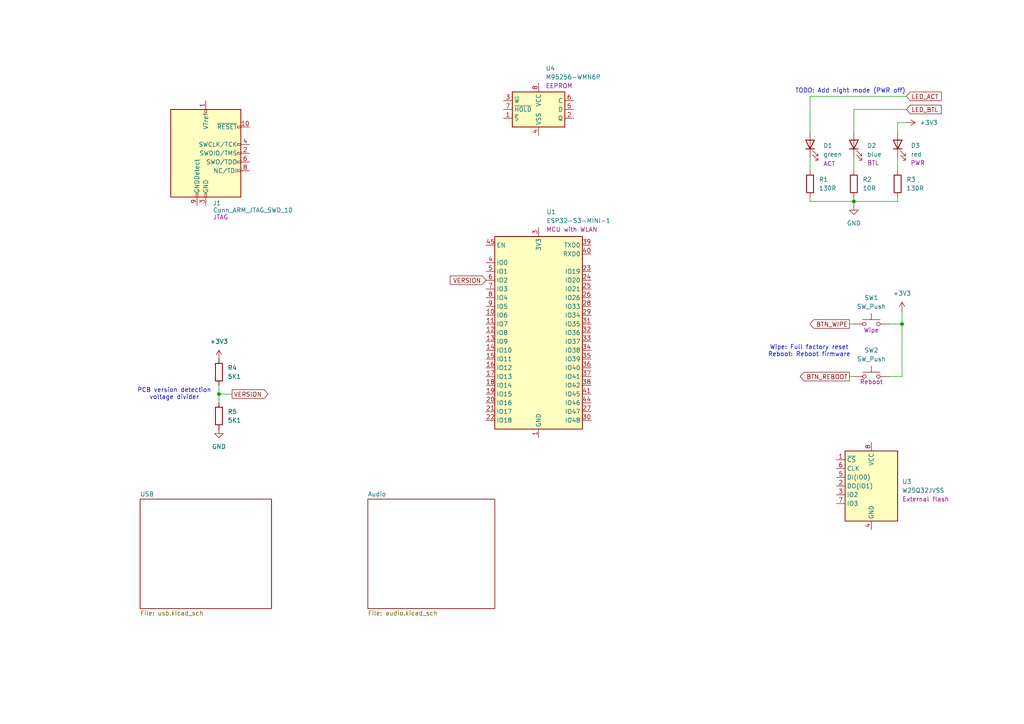
<source format=kicad_sch>
(kicad_sch (version 20231120) (generator "eeschema") (generator_version "8.0")
  (paper "A4")
  (title_block (title "soundbox"))
  (lib_symbols
    (symbol "Connector:Conn_ARM_JTAG_SWD_10" (pin_names (offset 1.016))
      (property "Reference" "J" (at -2.54 16.51 0))
      (property "Value" "Conn_ARM_JTAG_SWD_10" (at -2.54 13.97 0))
      (symbol "Conn_ARM_JTAG_SWD_10_0_1"
        (rectangle (start -10.16 12.7) (end 10.16 -12.7) (stroke (width 0.254)) (fill (type background)))
        (rectangle (start -2.794 -12.7) (end -2.286 -11.684))
        (rectangle (start -0.254 -12.7) (end 0.254 -11.684))
        (rectangle (start -0.254 12.7) (end 0.254 11.684))
        (rectangle (start 9.144 2.286) (end 10.16 2.794))
        (rectangle (start 10.16 -2.794) (end 9.144 -2.286))
        (rectangle (start 10.16 -0.254) (end 9.144 0.254))
        (rectangle (start 10.16 7.874) (end 9.144 7.366))
      )
      (symbol "Conn_ARM_JTAG_SWD_10_1_1"
        (rectangle (start 9.144 -5.334) (end 10.16 -4.826))
        (pin power_in line (at 0 15.24 270) (length 2.54) (name "VTref") (number "1"))
        (pin open_collector line (at 12.7 7.62 180) (length 2.54) (name "~{RESET}") (number "10"))
        (pin bidirectional line (at 12.7 0 180) (length 2.54) (name "SWDIO/TMS") (number "2"))
        (pin power_in line (at 0 -15.24 90) (length 2.54) (name "GND") (number "3"))
        (pin output line (at 12.7 2.54 180) (length 2.54) (name "SWCLK/TCK") (number "4"))
        (pin passive line (at 0 -15.24 90) (length 2.54) hide (name "GND") (number "5"))
        (pin input line (at 12.7 -2.54 180) (length 2.54) (name "SWO/TDO") (number "6"))
        (pin no_connect line (at -10.16 0 0) (length 2.54) hide (name "KEY") (number "7"))
        (pin output line (at 12.7 -5.08 180) (length 2.54) (name "NC/TDI") (number "8"))
        (pin passive line (at -2.54 -15.24 90) (length 2.54) (name "GNDDetect") (number "9"))
      )
    )
    (symbol "Device:LED" (pin_numbers hide) (pin_names (offset 1.016) hide)
      (property "Reference" "D" (at 0 2.54 0))
      (property "Value" "LED" (at 0 -2.54 0))
      (symbol "LED_0_1"
        (polyline (pts (xy -1.27 -1.27) (xy -1.27 1.27)) (stroke (width 0.254)))
        (polyline (pts (xy -1.27 0) (xy 1.27 0)))
        (polyline (pts (xy 1.27 -1.27) (xy 1.27 1.27) (xy -1.27 0) (xy 1.27 -1.27)) (stroke (width 0.254)))
        (polyline (pts (xy -3.048 -0.762) (xy -4.572 -2.286) (xy -3.81 -2.286) (xy -4.572 -2.286) (xy -4.572 -1.524)))
        (polyline (pts (xy -1.778 -0.762) (xy -3.302 -2.286) (xy -2.54 -2.286) (xy -3.302 -2.286) (xy -3.302 -1.524)))
      )
      (symbol "LED_1_1"
        (pin passive line (at -3.81 0 0) (length 2.54) (name "K") (number "1"))
        (pin passive line (at 3.81 0 180) (length 2.54) (name "A") (number "2"))
      )
    )
    (symbol "Device:R" (pin_numbers hide) (pin_names (offset 0))
      (property "Reference" "R" (at 2.032 0 90))
      (property "Value" "R" (at 0 0 90))
      (symbol "R_0_1"
        (rectangle (start -1.016 -2.54) (end 1.016 2.54) (stroke (width 0.254)))
      )
      (symbol "R_1_1"
        (pin passive line (at 0 3.81 270) (length 1.27) (name "~") (number "1"))
        (pin passive line (at 0 -3.81 90) (length 1.27) (name "~") (number "2"))
      )
    )
    (symbol "Memory_EEPROM:M95256-WMN6P"
      (property "Reference" "U" (at -7.62 6.35 0))
      (property "Value" "M95256-WMN6P" (at 2.54 -6.35 0))
      (symbol "M95256-WMN6P_1_1"
        (rectangle (start -7.62 5.08) (end 7.62 -5.08) (stroke (width 0.254)) (fill (type background)))
        (pin input line (at -10.16 -2.54 0) (length 2.54) (name "~{S}") (number "1"))
        (pin output line (at 10.16 -2.54 180) (length 2.54) (name "Q") (number "2"))
        (pin input line (at -10.16 2.54 0) (length 2.54) (name "~{W}") (number "3"))
        (pin power_in line (at 0 -7.62 90) (length 2.54) (name "VSS") (number "4"))
        (pin input line (at 10.16 0 180) (length 2.54) (name "D") (number "5"))
        (pin input line (at 10.16 2.54 180) (length 2.54) (name "C") (number "6"))
        (pin input line (at -10.16 0 0) (length 2.54) (name "~{HOLD}") (number "7"))
        (pin power_in line (at 0 7.62 270) (length 2.54) (name "VCC") (number "8"))
      )
    )
    (symbol "Memory_Flash:W25Q32JVSS"
      (property "Reference" "U" (at -6.35 11.43 0))
      (property "Value" "W25Q32JVSS" (at 7.62 11.43 0))
      (symbol "W25Q32JVSS_0_1"
        (rectangle (start -7.62 10.16) (end 7.62 -10.16) (stroke (width 0.254)) (fill (type background)))
      )
      (symbol "W25Q32JVSS_1_1"
        (pin input line (at -10.16 7.62 0) (length 2.54) (name "~{CS}") (number "1"))
        (pin bidirectional line (at -10.16 0 0) (length 2.54) (name "DO(IO1)") (number "2"))
        (pin bidirectional line (at -10.16 -2.54 0) (length 2.54) (name "IO2") (number "3"))
        (pin power_in line (at 0 -12.7 90) (length 2.54) (name "GND") (number "4"))
        (pin bidirectional line (at -10.16 2.54 0) (length 2.54) (name "DI(IO0)") (number "5"))
        (pin input line (at -10.16 5.08 0) (length 2.54) (name "CLK") (number "6"))
        (pin bidirectional line (at -10.16 -5.08 0) (length 2.54) (name "IO3") (number "7"))
        (pin power_in line (at 0 12.7 270) (length 2.54) (name "VCC") (number "8"))
      )
    )
    (symbol "RF_Module:ESP32-S3-MINI-1"
      (property "Reference" "U" (at -11.43 29.21 0))
      (property "Value" "ESP32-S3-MINI-1" (at 12.7 29.21 0))
      (symbol "ESP32-S3-MINI-1_0_1"
        (rectangle (start -12.7 27.94) (end 12.7 -27.94) (stroke (width 0.254)) (fill (type background)))
      )
      (symbol "ESP32-S3-MINI-1_1_1"
        (pin power_in line (at 0 -30.48 90) (length 2.54) (name "GND") (number "1"))
        (pin bidirectional line (at -15.24 5.08 0) (length 2.54) (name "IO6") (number "10"))
        (pin bidirectional line (at -15.24 2.54 0) (length 2.54) (name "IO7") (number "11"))
        (pin bidirectional line (at -15.24 0 0) (length 2.54) (name "IO8") (number "12"))
        (pin bidirectional line (at -15.24 -2.54 0) (length 2.54) (name "IO9") (number "13"))
        (pin bidirectional line (at -15.24 -5.08 0) (length 2.54) (name "IO10") (number "14"))
        (pin bidirectional line (at -15.24 -7.62 0) (length 2.54) (name "IO11") (number "15"))
        (pin bidirectional line (at -15.24 -10.16 0) (length 2.54) (name "IO12") (number "16"))
        (pin bidirectional line (at -15.24 -12.7 0) (length 2.54) (name "IO13") (number "17"))
        (pin bidirectional line (at -15.24 -15.24 0) (length 2.54) (name "IO14") (number "18"))
        (pin bidirectional line (at -15.24 -17.78 0) (length 2.54) (name "IO15") (number "19"))
        (pin passive line (at 0 -30.48 90) (length 2.54) hide (name "GND") (number "2"))
        (pin bidirectional line (at -15.24 -20.32 0) (length 2.54) (name "IO16") (number "20"))
        (pin bidirectional line (at -15.24 -22.86 0) (length 2.54) (name "IO17") (number "21"))
        (pin bidirectional line (at -15.24 -25.4 0) (length 2.54) (name "IO18") (number "22"))
        (pin bidirectional line (at 15.24 17.78 180) (length 2.54) (name "IO19") (number "23"))
        (pin bidirectional line (at 15.24 15.24 180) (length 2.54) (name "IO20") (number "24"))
        (pin bidirectional line (at 15.24 12.7 180) (length 2.54) (name "IO21") (number "25"))
        (pin bidirectional line (at 15.24 10.16 180) (length 2.54) (name "IO26") (number "26"))
        (pin bidirectional line (at 15.24 -22.86 180) (length 2.54) (name "IO47") (number "27"))
        (pin bidirectional line (at 15.24 7.62 180) (length 2.54) (name "IO33") (number "28"))
        (pin bidirectional line (at 15.24 5.08 180) (length 2.54) (name "IO34") (number "29"))
        (pin power_in line (at 0 30.48 270) (length 2.54) (name "3V3") (number "3"))
        (pin bidirectional line (at 15.24 -25.4 180) (length 2.54) (name "IO48") (number "30"))
        (pin bidirectional line (at 15.24 2.54 180) (length 2.54) (name "IO35") (number "31"))
        (pin bidirectional line (at 15.24 0 180) (length 2.54) (name "IO36") (number "32"))
        (pin bidirectional line (at 15.24 -2.54 180) (length 2.54) (name "IO37") (number "33"))
        (pin bidirectional line (at 15.24 -5.08 180) (length 2.54) (name "IO38") (number "34"))
        (pin bidirectional line (at 15.24 -7.62 180) (length 2.54) (name "IO39") (number "35"))
        (pin bidirectional line (at 15.24 -10.16 180) (length 2.54) (name "IO40") (number "36"))
        (pin bidirectional line (at 15.24 -12.7 180) (length 2.54) (name "IO41") (number "37"))
        (pin bidirectional line (at 15.24 -15.24 180) (length 2.54) (name "IO42") (number "38"))
        (pin bidirectional line (at 15.24 25.4 180) (length 2.54) (name "TXD0") (number "39"))
        (pin bidirectional line (at -15.24 20.32 0) (length 2.54) (name "IO0") (number "4"))
        (pin bidirectional line (at 15.24 22.86 180) (length 2.54) (name "RXD0") (number "40"))
        (pin bidirectional line (at 15.24 -17.78 180) (length 2.54) (name "IO45") (number "41"))
        (pin passive line (at 0 -30.48 90) (length 2.54) hide (name "GND") (number "42"))
        (pin passive line (at 0 -30.48 90) (length 2.54) hide (name "GND") (number "43"))
        (pin bidirectional line (at 15.24 -20.32 180) (length 2.54) (name "IO46") (number "44"))
        (pin input line (at -15.24 25.4 0) (length 2.54) (name "EN") (number "45"))
        (pin passive line (at 0 -30.48 90) (length 2.54) hide (name "GND") (number "46"))
        (pin passive line (at 0 -30.48 90) (length 2.54) hide (name "GND") (number "47"))
        (pin passive line (at 0 -30.48 90) (length 2.54) hide (name "GND") (number "48"))
        (pin passive line (at 0 -30.48 90) (length 2.54) hide (name "GND") (number "49"))
        (pin bidirectional line (at -15.24 17.78 0) (length 2.54) (name "IO1") (number "5"))
        (pin passive line (at 0 -30.48 90) (length 2.54) hide (name "GND") (number "50"))
        (pin passive line (at 0 -30.48 90) (length 2.54) hide (name "GND") (number "51"))
        (pin passive line (at 0 -30.48 90) (length 2.54) hide (name "GND") (number "52"))
        (pin passive line (at 0 -30.48 90) (length 2.54) hide (name "GND") (number "53"))
        (pin passive line (at 0 -30.48 90) (length 2.54) hide (name "GND") (number "54"))
        (pin passive line (at 0 -30.48 90) (length 2.54) hide (name "GND") (number "55"))
        (pin passive line (at 0 -30.48 90) (length 2.54) hide (name "GND") (number "56"))
        (pin passive line (at 0 -30.48 90) (length 2.54) hide (name "GND") (number "57"))
        (pin passive line (at 0 -30.48 90) (length 2.54) hide (name "GND") (number "58"))
        (pin passive line (at 0 -30.48 90) (length 2.54) hide (name "GND") (number "59"))
        (pin bidirectional line (at -15.24 15.24 0) (length 2.54) (name "IO2") (number "6"))
        (pin passive line (at 0 -30.48 90) (length 2.54) hide (name "GND") (number "60"))
        (pin passive line (at 0 -30.48 90) (length 2.54) hide (name "GND") (number "61"))
        (pin passive line (at 0 -30.48 90) (length 2.54) hide (name "GND") (number "62"))
        (pin passive line (at 0 -30.48 90) (length 2.54) hide (name "GND") (number "63"))
        (pin passive line (at 0 -30.48 90) (length 2.54) hide (name "GND") (number "64"))
        (pin passive line (at 0 -30.48 90) (length 2.54) hide (name "GND") (number "65"))
        (pin bidirectional line (at -15.24 12.7 0) (length 2.54) (name "IO3") (number "7"))
        (pin bidirectional line (at -15.24 10.16 0) (length 2.54) (name "IO4") (number "8"))
        (pin bidirectional line (at -15.24 7.62 0) (length 2.54) (name "IO5") (number "9"))
      )
    )
    (symbol "Switch:SW_Push" (pin_numbers hide) (pin_names (offset 1.016) hide)
      (property "Reference" "SW" (at 1.27 2.54 0))
      (property "Value" "SW_Push" (at 0 -1.524 0))
      (symbol "SW_Push_0_1"
        (circle (center -2.032 0) (radius 0.508))
        (polyline (pts (xy 0 1.27) (xy 0 3.048)))
        (polyline (pts (xy 2.54 1.27) (xy -2.54 1.27)))
        (circle (center 2.032 0) (radius 0.508))
        (pin passive line (at -5.08 0 0) (length 2.54) (name "1") (number "1"))
        (pin passive line (at 5.08 0 180) (length 2.54) (name "2") (number "2"))
      )
    )
    (symbol "power:+3V3" (power) (pin_numbers hide) (pin_names (offset 0) hide)
      (property "Value" "+3V3" (at 0 3.556 0))
      (symbol "+3V3_0_1"
        (polyline (pts (xy -0.762 1.27) (xy 0 2.54)))
        (polyline (pts (xy 0 0) (xy 0 2.54)))
        (polyline (pts (xy 0 2.54) (xy 0.762 1.27)))
      )
      (symbol "+3V3_1_1"
        (pin power_in line (at 0 0 90) (length 0) (name "~") (number "1"))
      )
    )
    (symbol "power:GND" (power) (pin_numbers hide) (pin_names (offset 0) hide)
      (property "Value" "GND" (at 0 -3.81 0))
      (symbol "GND_0_1"
        (polyline (pts (xy 0 0) (xy 0 -1.27) (xy 1.27 -1.27) (xy 0 -2.54) (xy -1.27 -1.27) (xy 0 -1.27)))
      )
      (symbol "GND_1_1"
        (pin power_in line (at 0 0 270) (length 0) (name "~") (number "1"))
      )
    )
  )
  (junction (at 247.65 58.42))
  (junction (at 63.5 114.3))
  (junction (at 261.62 93.98))
  (wire (pts (xy 257.81 109.22) (xy 261.62 109.22)))
  (wire (pts (xy 260.35 57.15) (xy 260.35 58.42)))
  (wire (pts (xy 234.95 58.42) (xy 247.65 58.42)))
  (wire (pts (xy 234.95 45.72) (xy 234.95 49.53)))
  (wire (pts (xy 234.95 27.94) (xy 262.89 27.94)))
  (wire (pts (xy 246.38 109.22) (xy 247.65 109.22)))
  (wire (pts (xy 257.81 93.98) (xy 261.62 93.98)))
  (wire (pts (xy 63.5 114.3) (xy 63.5 116.84)))
  (wire (pts (xy 247.65 38.1) (xy 247.65 31.75)))
  (wire (pts (xy 234.95 38.1) (xy 234.95 27.94)))
  (wire (pts (xy 261.62 90.17) (xy 261.62 93.98)))
  (wire (pts (xy 260.35 35.56) (xy 262.89 35.56)))
  (wire (pts (xy 247.65 58.42) (xy 247.65 59.69)))
  (wire (pts (xy 260.35 38.1) (xy 260.35 35.56)))
  (wire (pts (xy 261.62 93.98) (xy 261.62 109.22)))
  (wire (pts (xy 63.5 111.76) (xy 63.5 114.3)))
  (wire (pts (xy 247.65 45.72) (xy 247.65 49.53)))
  (wire (pts (xy 260.35 45.72) (xy 260.35 49.53)))
  (wire (pts (xy 67.31 114.3) (xy 63.5 114.3)))
  (wire (pts (xy 247.65 57.15) (xy 247.65 58.42)))
  (wire (pts (xy 247.65 31.75) (xy 262.89 31.75)))
  (wire (pts (xy 247.65 58.42) (xy 260.35 58.42)))
  (wire (pts (xy 246.38 93.98) (xy 247.65 93.98)))
  (wire (pts (xy 234.95 57.15) (xy 234.95 58.42)))
  (text "Wipe: Full factory reset\nReboot: Reboot firmware" (at 234.696 101.854 0) (effects (font (size 1.27 1.27))))
  (text "TODO: Add night mode (PWR off)" (at 246.634 26.416 0) (effects (font (size 1.27 1.27))))
  (text "PCB version detection\nvoltage divider" (at 50.546 114.3 0) (effects (font (size 1.27 1.27))))
  (global_label "BTN_WIPE" (shape output) (at 246.38 93.98 180) (property "Intersheetrefs" "${INTERSHEET_REFS}" (effects (hide yes))))
  (global_label "BTN_REBOOT" (shape output) (at 246.38 109.22 180) (property "Intersheetrefs" "${INTERSHEET_REFS}" (effects (hide yes))))
  (global_label "VERSION" (shape input) (at 140.97 81.28 180) (property "Intersheetrefs" "${INTERSHEET_REFS}" (effects (hide yes))))
  (global_label "VERSION" (shape output) (at 67.31 114.3 0) (property "Intersheetrefs" "${INTERSHEET_REFS}" (effects (hide yes))))
  (global_label "LED_ACT" (shape input) (at 262.89 27.94 0) (property "Intersheetrefs" "${INTERSHEET_REFS}" (effects (hide yes))))
  (global_label "LED_BTL" (shape input) (at 262.89 31.75 0) (property "Intersheetrefs" "${INTERSHEET_REFS}" (effects (hide yes))))
  (symbol (lib_id "power:GND") (at 247.65 59.69 0) (unit 1)
    (property "Reference" "#PWR012" (effects (hide yes)))
    (property "Value" "GND" (at 247.65 64.77 0))
    (property "Description" "Power symbol creates a global label with name \"GND\" , ground" (effects (hide yes)))
  )
  (symbol (lib_id "power:GND") (at 63.5 124.46 0) (unit 1)
    (property "Reference" "#PWR01" (effects (hide yes)))
    (property "Value" "GND" (at 63.5 129.54 0))
    (property "Description" "Power symbol creates a global label with name \"GND\" , ground" (effects (hide yes)))
  )
  (symbol (lib_id "RF_Module:ESP32-S3-MINI-1") (at 156.21 96.52 0) (unit 1)
    (property "Reference" "U1" (at 158.496 61.468 0) (effects (justify left)))
    (property "Value" "ESP32-S3-MINI-1" (at 158.496 64.008 0) (effects (justify left)))
    (property "Footprint" "RF_Module:ESP32-S2-MINI-1" (effects (hide yes)))
    (property "Datasheet" "https://www.espressif.com/sites/default/files/documentation/esp32-s3-mini-1_mini-1u_datasheet_en.pdf" (effects (hide yes)))
    (property "Description" "MCU with WLAN" (at 165.862 66.548 0))
    (property "MPN" "ESP32-S3-MINI-1-N8" (effects (hide yes)))
    (property "Manufacturer" "Espressif Systems" (effects (hide yes)))
  )
  (symbol (lib_id "Memory_Flash:W25Q32JVSS") (at 252.73 140.97 0) (unit 1)
    (property "Reference" "U3" (at 261.62 139.6999 0) (effects (justify left)))
    (property "Value" "W25Q32JVSS" (at 261.62 142.2399 0) (effects (justify left)))
    (property "Footprint" "Package_SO:SOIC-8_5.23x5.23mm_P1.27mm" (effects (hide yes)))
    (property "Datasheet" "http://www.winbond.com/resource-files/w25q32jv%20revg%2003272018%20plus.pdf" (effects (hide yes)))
    (property "Description" "External flash" (at 268.478 144.78 0))
    (property "MPN" "W25Q32JVSSIQ" (effects (hide yes)))
    (property "Manufacturer" "Winbond Electronics" (effects (hide yes)))
  )
  (symbol (lib_id "Connector:Conn_ARM_JTAG_SWD_10") (at 59.69 44.45 0) (unit 1)
    (property "Reference" "J1" (at 61.722 58.928 0) (effects (justify left)))
    (property "Value" "Conn_ARM_JTAG_SWD_10" (at 61.722 60.96 0) (effects (justify left)))
    (property "Datasheet" "https://mm.digikey.com/Volume0/opasdata/d220001/medias/docus/6209/ftsh-1xx-xx-xxx-dv-xxx-xxx-x-xx-mkt.pdf" (effects (hide yes)))
    (property "Description" "JTAG" (at 61.722 62.992 0) (effects (justify left)))
    (property "MPN" "FTSH-105-01-L-DV-007-K-TR" (effects (hide yes)))
    (property "Manufacturer" "samtec" (effects (hide yes)))
  )
  (symbol (lib_id "Switch:SW_Push") (at 252.73 109.22 0) (unit 1)
    (property "Reference" "SW2" (at 252.73 101.6 0))
    (property "Value" "SW_Push" (at 252.73 104.14 0))
    (property "Footprint" "Button_Switch_SMD:SW_SPST_TL3305B" (effects (hide yes)))
    (property "Datasheet" "https://www.e-switch.com/wp-content/uploads/2024/08/TL3305.pdf" (effects (hide yes)))
    (property "Description" "Reboot" (at 252.73 110.744 0))
    (property "MPN" "TL3305BF260QG" (effects (hide yes)))
    (property "Manufacturer" "E-Switch" (effects (hide yes)))
  )
  (symbol (lib_id "power:+3V3") (at 63.5 104.14 0) (unit 1)
    (property "Reference" "#PWR02" (effects (hide yes)))
    (property "Value" "+3V3" (at 63.5 99.06 0))
    (property "Description" "Power symbol creates a global label with name \"+3V3\"" (effects (hide yes)))
  )
  (symbol (lib_id "Device:R") (at 260.35 53.34 0) (unit 1)
    (property "Reference" "R3" (at 262.89 52.0699 0) (effects (justify left)))
    (property "Value" "130R" (at 262.89 54.6099 0) (effects (justify left)))
    (property "Footprint" "Resistor_SMD:R_0603_1608Metric" (effects (hide yes)))
    (property "Datasheet" "https://industrial.panasonic.com/cdbs/www-data/pdf/RDA0000/AOA0000C304.pdf" (effects (hide yes)))
    (property "Description" "Resistor" (effects (hide yes)))
    (property "MPN" "ERJ-3EKF1300V" (effects (hide yes)))
    (property "Manufacturer" "Panasonic Electronic Components" (effects (hide yes)))
  )
  (symbol (lib_id "Switch:SW_Push") (at 252.73 93.98 0) (unit 1)
    (property "Reference" "SW1" (at 252.73 86.36 0))
    (property "Value" "SW_Push" (at 252.73 88.9 0))
    (property "Footprint" "Button_Switch_SMD:SW_SPST_TL3305B" (effects (hide yes)))
    (property "Datasheet" "https://www.e-switch.com/wp-content/uploads/2024/08/TL3305.pdf" (effects (hide yes)))
    (property "Description" "Wipe" (at 252.73 95.758 0))
    (property "MPN" "TL3305BF260QG" (effects (hide yes)))
    (property "Manufacturer" "E-Switch" (effects (hide yes)))
  )
  (symbol (lib_id "Device:R") (at 247.65 53.34 0) (unit 1)
    (property "Reference" "R2" (at 250.19 52.0699 0) (effects (justify left)))
    (property "Value" "10R" (at 250.19 54.6099 0) (effects (justify left)))
    (property "Footprint" "Resistor_SMD:R_0603_1608Metric" (effects (hide yes)))
    (property "Datasheet" "https://industrial.panasonic.com/cdbs/www-data/pdf/RDO0000/AOA0000C331.pdf" (effects (hide yes)))
    (property "Description" "Resistor" (effects (hide yes)))
    (property "MPN" "ERJ-PA3F10R0V" (effects (hide yes)))
    (property "Manufacturer" "Panasonic Electronic Components" (effects (hide yes)))
  )
  (symbol (lib_id "power:+3V3") (at 261.62 90.17 0) (unit 1)
    (property "Reference" "#PWR011" (effects (hide yes)))
    (property "Value" "+3V3" (at 261.62 85.09 0))
    (property "Description" "Power symbol creates a global label with name \"+3V3\"" (effects (hide yes)))
  )
  (symbol (lib_id "Device:R") (at 63.5 120.65 0) (unit 1)
    (property "Reference" "R5" (at 66.04 119.3799 0) (effects (justify left)))
    (property "Value" "5K1" (at 66.04 121.9199 0) (effects (justify left)))
    (property "Footprint" "Resistor_SMD:R_0603_1608Metric" (effects (hide yes)))
    (property "Datasheet" "https://industrial.panasonic.com/cdbs/www-data/pdf/RDA0000/AOA0000C304.pdf" (effects (hide yes)))
    (property "Description" "Resistor" (effects (hide yes)))
    (property "MPN" "ERJ-3EKF5101V" (effects (hide yes)))
    (property "Manufacturer" "Panasonic Electronic Components" (effects (hide yes)))
  )
  (symbol (lib_id "Device:LED") (at 234.95 41.91 90) (unit 1)
    (property "Reference" "D1" (at 238.76 42.2274 90) (effects (justify right)))
    (property "Value" "green" (at 238.76 44.7674 90) (effects (justify right)))
    (property "Footprint" "LED_SMD:LED_1206_3216Metric" (effects (hide yes)))
    (property "Datasheet" "https://s3-us-west-2.amazonaws.com/catsy.557/Dialight_CBI_data_598-1206_Apr2018.pdf" (effects (hide yes)))
    (property "Description" "ACT" (at 240.538 47.498 90))
    (property "MPN" "598-8270-107F" (effects (hide yes)))
    (property "Manufacturer" "Dialight" (effects (hide yes)))
  )
  (symbol (lib_id "Device:R") (at 63.5 107.95 0) (unit 1)
    (property "Reference" "R4" (at 66.04 106.6799 0) (effects (justify left)))
    (property "Value" "5K1" (at 66.04 109.2199 0) (effects (justify left)))
    (property "Footprint" "Resistor_SMD:R_0603_1608Metric" (effects (hide yes)))
    (property "Datasheet" "https://industrial.panasonic.com/cdbs/www-data/pdf/RDA0000/AOA0000C304.pdf" (effects (hide yes)))
    (property "Description" "Resistor" (effects (hide yes)))
    (property "MPN" "ERJ-3EKF5101V" (effects (hide yes)))
    (property "Manufacturer" "Panasonic Electronic Components" (effects (hide yes)))
  )
  (symbol (lib_id "Device:R") (at 234.95 53.34 0) (unit 1)
    (property "Reference" "R1" (at 237.49 52.0699 0) (effects (justify left)))
    (property "Value" "130R" (at 237.49 54.6099 0) (effects (justify left)))
    (property "Footprint" "Resistor_SMD:R_0603_1608Metric" (effects (hide yes)))
    (property "Datasheet" "https://industrial.panasonic.com/cdbs/www-data/pdf/RDA0000/AOA0000C304.pdf" (effects (hide yes)))
    (property "Description" "Resistor" (effects (hide yes)))
    (property "MPN" "ERJ-3EKF1300V" (effects (hide yes)))
    (property "Manufacturer" "Panasonic Electronic Components" (effects (hide yes)))
  )
  (symbol (lib_id "Memory_EEPROM:M95256-WMN6P") (at 156.21 31.75 0) (unit 1)
    (property "Reference" "U4" (at 158.242 19.812 0) (effects (justify left)))
    (property "Value" "M95256-WMN6P" (at 158.242 22.352 0) (effects (justify left)))
    (property "Footprint" "Package_SO:SOIC-8_3.9x4.9mm_P1.27mm" (effects (hide yes)))
    (property "Datasheet" "http://www.st.com/content/ccc/resource/technical/document/datasheet/9d/75/f0/3e/76/00/4c/0b/CD00103810.pdf/files/CD00103810.pdf/jcr:content/translations/en.CD00103810.pdf" (effects (hide yes)))
    (property "Description" "EEPROM" (at 162.1439 24.892 0))
    (property "MPN" "M95256-WMN6P" (effects (hide yes)))
    (property "Manufacturer" "STMicroelectronics" (effects (hide yes)))
  )
  (symbol (lib_id "Device:LED") (at 260.35 41.91 90) (unit 1)
    (property "Reference" "D3" (at 264.16 42.2274 90) (effects (justify right)))
    (property "Value" "red" (at 264.16 44.7674 90) (effects (justify right)))
    (property "Footprint" "LED_SMD:LED_1206_3216Metric" (effects (hide yes)))
    (property "Datasheet" "https://s3-us-west-2.amazonaws.com/catsy.557/Dialight_CBI_data_598-1206_Apr2018.pdf" (effects (hide yes)))
    (property "Description" "PWR" (at 266.192 47.244 90))
    (property "MPN" "598-8210-107F" (effects (hide yes)))
    (property "Manufacturer" "Dialight" (effects (hide yes)))
  )
  (symbol (lib_id "power:+3V3") (at 262.89 35.56 270) (unit 1)
    (property "Reference" "#PWR013" (effects (hide yes)))
    (property "Value" "+3V3" (at 266.7 35.5599 90) (effects (justify left)))
    (property "Description" "Power symbol creates a global label with name \"+3V3\"" (effects (hide yes)))
  )
  (symbol (lib_id "Device:LED") (at 247.65 41.91 90) (unit 1)
    (property "Reference" "D2" (at 251.46 42.2274 90) (effects (justify right)))
    (property "Value" "blue" (at 251.46 44.7674 90) (effects (justify right)))
    (property "Footprint" "LED_SMD:LED_1206_3216Metric" (effects (hide yes)))
    (property "Datasheet" "https://s3-us-west-2.amazonaws.com/catsy.557/Dialight_CBI_data_598-1206_Apr2018.pdf" (effects (hide yes)))
    (property "Description" "BTL" (at 253.238 47.244 90))
    (property "MPN" "598-8291-107F" (effects (hide yes)))
    (property "Manufacturer" "Dialight" (effects (hide yes)))
  )
  (sheet (at 40.64 144.78) (size 38.1 31.75) (stroke (width 0.1524))
    (property "Sheetname" "USB" (at 40.64 144.0684 0) (effects (justify left bottom)))
    (property "Sheetfile" "usb.kicad_sch" (at 40.64 177.1146 0) (effects (justify left top)))
  )
  (sheet (at 106.68 144.78) (size 36.83 31.75) (stroke (width 0.1524))
    (property "Sheetname" "Audio" (at 106.68 144.0684 0) (effects (justify left bottom)))
    (property "Sheetfile" "audio.kicad_sch" (at 106.68 177.1146 0) (effects (justify left top)))
  )
)
</source>
